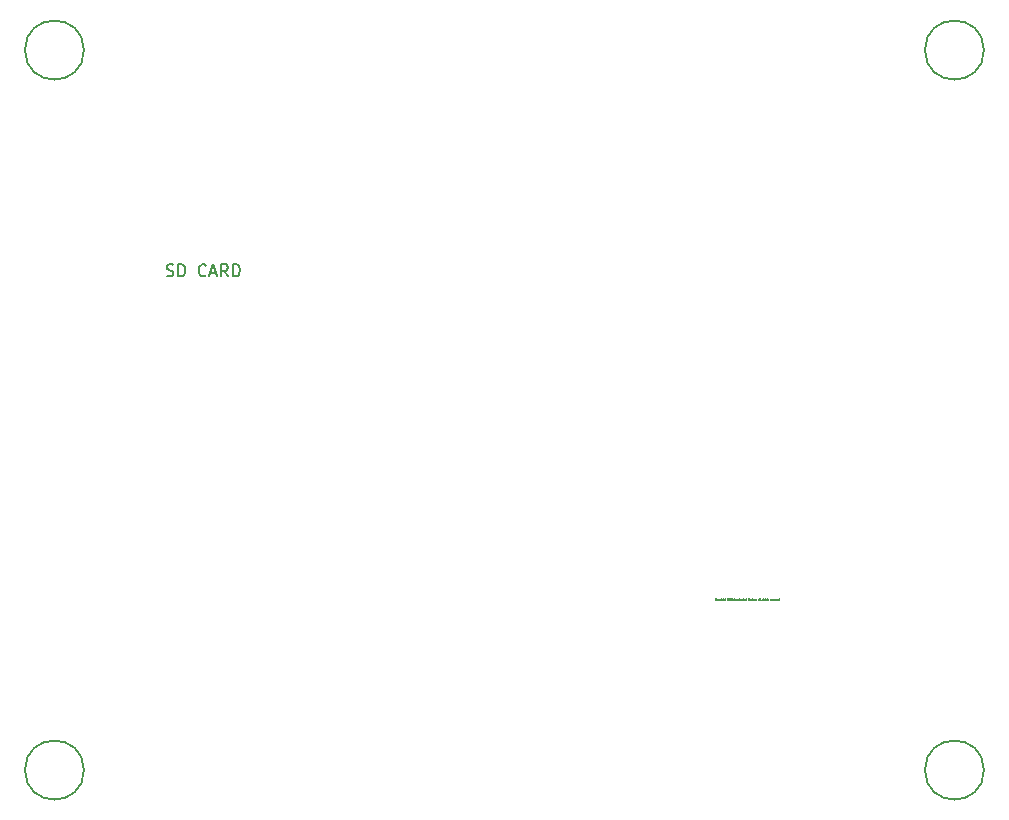
<source format=gbr>
G04 #@! TF.GenerationSoftware,KiCad,Pcbnew,5.1.4+dfsg1-1*
G04 #@! TF.CreationDate,2020-05-25T12:06:47-05:00*
G04 #@! TF.ProjectId,try1,74727931-2e6b-4696-9361-645f70636258,rev?*
G04 #@! TF.SameCoordinates,Original*
G04 #@! TF.FileFunction,Other,Comment*
%FSLAX46Y46*%
G04 Gerber Fmt 4.6, Leading zero omitted, Abs format (unit mm)*
G04 Created by KiCad (PCBNEW 5.1.4+dfsg1-1) date 2020-05-25 12:06:47*
%MOMM*%
%LPD*%
G04 APERTURE LIST*
%ADD10C,0.150000*%
%ADD11C,0.002000*%
G04 APERTURE END LIST*
D10*
X115530000Y-106680000D02*
G75*
G03X115530000Y-106680000I-2500000J0D01*
G01*
X115530000Y-45720000D02*
G75*
G03X115530000Y-45720000I-2500000J0D01*
G01*
X39330000Y-106680000D02*
G75*
G03X39330000Y-106680000I-2500000J0D01*
G01*
X39330000Y-45720000D02*
G75*
G03X39330000Y-45720000I-2500000J0D01*
G01*
D11*
X92832766Y-92234657D02*
X92826719Y-92240704D01*
X92808576Y-92246752D01*
X92796480Y-92246752D01*
X92778338Y-92240704D01*
X92766242Y-92228609D01*
X92760195Y-92216514D01*
X92754147Y-92192323D01*
X92754147Y-92174180D01*
X92760195Y-92149990D01*
X92766242Y-92137895D01*
X92778338Y-92125800D01*
X92796480Y-92119752D01*
X92808576Y-92119752D01*
X92826719Y-92125800D01*
X92832766Y-92131847D01*
X92905338Y-92246752D02*
X92893242Y-92240704D01*
X92887195Y-92234657D01*
X92881147Y-92222561D01*
X92881147Y-92186276D01*
X92887195Y-92174180D01*
X92893242Y-92168133D01*
X92905338Y-92162085D01*
X92923480Y-92162085D01*
X92935576Y-92168133D01*
X92941623Y-92174180D01*
X92947671Y-92186276D01*
X92947671Y-92222561D01*
X92941623Y-92234657D01*
X92935576Y-92240704D01*
X92923480Y-92246752D01*
X92905338Y-92246752D01*
X93002100Y-92162085D02*
X93002100Y-92289085D01*
X93002100Y-92168133D02*
X93014195Y-92162085D01*
X93038385Y-92162085D01*
X93050480Y-92168133D01*
X93056528Y-92174180D01*
X93062576Y-92186276D01*
X93062576Y-92222561D01*
X93056528Y-92234657D01*
X93050480Y-92240704D01*
X93038385Y-92246752D01*
X93014195Y-92246752D01*
X93002100Y-92240704D01*
X93104909Y-92162085D02*
X93135147Y-92246752D01*
X93165385Y-92162085D02*
X93135147Y-92246752D01*
X93123052Y-92276990D01*
X93117004Y-92283038D01*
X93104909Y-92289085D01*
X93213766Y-92246752D02*
X93213766Y-92162085D01*
X93213766Y-92186276D02*
X93219814Y-92174180D01*
X93225861Y-92168133D01*
X93237957Y-92162085D01*
X93250052Y-92162085D01*
X93292385Y-92246752D02*
X93292385Y-92162085D01*
X93292385Y-92119752D02*
X93286338Y-92125800D01*
X93292385Y-92131847D01*
X93298433Y-92125800D01*
X93292385Y-92119752D01*
X93292385Y-92131847D01*
X93407290Y-92162085D02*
X93407290Y-92264895D01*
X93401242Y-92276990D01*
X93395195Y-92283038D01*
X93383100Y-92289085D01*
X93364957Y-92289085D01*
X93352861Y-92283038D01*
X93407290Y-92240704D02*
X93395195Y-92246752D01*
X93371004Y-92246752D01*
X93358909Y-92240704D01*
X93352861Y-92234657D01*
X93346814Y-92222561D01*
X93346814Y-92186276D01*
X93352861Y-92174180D01*
X93358909Y-92168133D01*
X93371004Y-92162085D01*
X93395195Y-92162085D01*
X93407290Y-92168133D01*
X93467766Y-92246752D02*
X93467766Y-92119752D01*
X93522195Y-92246752D02*
X93522195Y-92180228D01*
X93516147Y-92168133D01*
X93504052Y-92162085D01*
X93485909Y-92162085D01*
X93473814Y-92168133D01*
X93467766Y-92174180D01*
X93564528Y-92162085D02*
X93612909Y-92162085D01*
X93582671Y-92119752D02*
X93582671Y-92228609D01*
X93588719Y-92240704D01*
X93600814Y-92246752D01*
X93612909Y-92246752D01*
X93745957Y-92131847D02*
X93752004Y-92125800D01*
X93764100Y-92119752D01*
X93794338Y-92119752D01*
X93806433Y-92125800D01*
X93812480Y-92131847D01*
X93818528Y-92143942D01*
X93818528Y-92156038D01*
X93812480Y-92174180D01*
X93739909Y-92246752D01*
X93818528Y-92246752D01*
X93897147Y-92119752D02*
X93909242Y-92119752D01*
X93921338Y-92125800D01*
X93927385Y-92131847D01*
X93933433Y-92143942D01*
X93939480Y-92168133D01*
X93939480Y-92198371D01*
X93933433Y-92222561D01*
X93927385Y-92234657D01*
X93921338Y-92240704D01*
X93909242Y-92246752D01*
X93897147Y-92246752D01*
X93885052Y-92240704D01*
X93879004Y-92234657D01*
X93872957Y-92222561D01*
X93866909Y-92198371D01*
X93866909Y-92168133D01*
X93872957Y-92143942D01*
X93879004Y-92131847D01*
X93885052Y-92125800D01*
X93897147Y-92119752D01*
X94060433Y-92246752D02*
X93987861Y-92246752D01*
X94024147Y-92246752D02*
X94024147Y-92119752D01*
X94012052Y-92137895D01*
X93999957Y-92149990D01*
X93987861Y-92156038D01*
X94169290Y-92119752D02*
X94145100Y-92119752D01*
X94133004Y-92125800D01*
X94126957Y-92131847D01*
X94114861Y-92149990D01*
X94108814Y-92174180D01*
X94108814Y-92222561D01*
X94114861Y-92234657D01*
X94120909Y-92240704D01*
X94133004Y-92246752D01*
X94157195Y-92246752D01*
X94169290Y-92240704D01*
X94175338Y-92234657D01*
X94181385Y-92222561D01*
X94181385Y-92192323D01*
X94175338Y-92180228D01*
X94169290Y-92174180D01*
X94157195Y-92168133D01*
X94133004Y-92168133D01*
X94120909Y-92174180D01*
X94114861Y-92180228D01*
X94108814Y-92192323D01*
X94326528Y-92210466D02*
X94387004Y-92210466D01*
X94314433Y-92246752D02*
X94356766Y-92119752D01*
X94399100Y-92246752D01*
X94495861Y-92240704D02*
X94483766Y-92246752D01*
X94459576Y-92246752D01*
X94447480Y-92240704D01*
X94441433Y-92234657D01*
X94435385Y-92222561D01*
X94435385Y-92186276D01*
X94441433Y-92174180D01*
X94447480Y-92168133D01*
X94459576Y-92162085D01*
X94483766Y-92162085D01*
X94495861Y-92168133D01*
X94604719Y-92240704D02*
X94592623Y-92246752D01*
X94568433Y-92246752D01*
X94556338Y-92240704D01*
X94550290Y-92234657D01*
X94544242Y-92222561D01*
X94544242Y-92186276D01*
X94550290Y-92174180D01*
X94556338Y-92168133D01*
X94568433Y-92162085D01*
X94592623Y-92162085D01*
X94604719Y-92168133D01*
X94707528Y-92240704D02*
X94695433Y-92246752D01*
X94671242Y-92246752D01*
X94659147Y-92240704D01*
X94653100Y-92228609D01*
X94653100Y-92180228D01*
X94659147Y-92168133D01*
X94671242Y-92162085D01*
X94695433Y-92162085D01*
X94707528Y-92168133D01*
X94713576Y-92180228D01*
X94713576Y-92192323D01*
X94653100Y-92204419D01*
X94786147Y-92246752D02*
X94774052Y-92240704D01*
X94768004Y-92228609D01*
X94768004Y-92119752D01*
X94882909Y-92240704D02*
X94870814Y-92246752D01*
X94846623Y-92246752D01*
X94834528Y-92240704D01*
X94828480Y-92228609D01*
X94828480Y-92180228D01*
X94834528Y-92168133D01*
X94846623Y-92162085D01*
X94870814Y-92162085D01*
X94882909Y-92168133D01*
X94888957Y-92180228D01*
X94888957Y-92192323D01*
X94828480Y-92204419D01*
X94943385Y-92246752D02*
X94943385Y-92162085D01*
X94943385Y-92186276D02*
X94949433Y-92174180D01*
X94955480Y-92168133D01*
X94967576Y-92162085D01*
X94979671Y-92162085D01*
X95076433Y-92246752D02*
X95076433Y-92180228D01*
X95070385Y-92168133D01*
X95058290Y-92162085D01*
X95034100Y-92162085D01*
X95022004Y-92168133D01*
X95076433Y-92240704D02*
X95064338Y-92246752D01*
X95034100Y-92246752D01*
X95022004Y-92240704D01*
X95015957Y-92228609D01*
X95015957Y-92216514D01*
X95022004Y-92204419D01*
X95034100Y-92198371D01*
X95064338Y-92198371D01*
X95076433Y-92192323D01*
X95118766Y-92162085D02*
X95167147Y-92162085D01*
X95136909Y-92119752D02*
X95136909Y-92228609D01*
X95142957Y-92240704D01*
X95155052Y-92246752D01*
X95167147Y-92246752D01*
X95257861Y-92240704D02*
X95245766Y-92246752D01*
X95221576Y-92246752D01*
X95209480Y-92240704D01*
X95203433Y-92228609D01*
X95203433Y-92180228D01*
X95209480Y-92168133D01*
X95221576Y-92162085D01*
X95245766Y-92162085D01*
X95257861Y-92168133D01*
X95263909Y-92180228D01*
X95263909Y-92192323D01*
X95203433Y-92204419D01*
X95372766Y-92246752D02*
X95372766Y-92119752D01*
X95372766Y-92240704D02*
X95360671Y-92246752D01*
X95336480Y-92246752D01*
X95324385Y-92240704D01*
X95318338Y-92234657D01*
X95312290Y-92222561D01*
X95312290Y-92186276D01*
X95318338Y-92174180D01*
X95324385Y-92168133D01*
X95336480Y-92162085D01*
X95360671Y-92162085D01*
X95372766Y-92168133D01*
X95530004Y-92246752D02*
X95530004Y-92119752D01*
X95560242Y-92119752D01*
X95578385Y-92125800D01*
X95590480Y-92137895D01*
X95596528Y-92149990D01*
X95602576Y-92174180D01*
X95602576Y-92192323D01*
X95596528Y-92216514D01*
X95590480Y-92228609D01*
X95578385Y-92240704D01*
X95560242Y-92246752D01*
X95530004Y-92246752D01*
X95705385Y-92240704D02*
X95693290Y-92246752D01*
X95669100Y-92246752D01*
X95657004Y-92240704D01*
X95650957Y-92228609D01*
X95650957Y-92180228D01*
X95657004Y-92168133D01*
X95669100Y-92162085D01*
X95693290Y-92162085D01*
X95705385Y-92168133D01*
X95711433Y-92180228D01*
X95711433Y-92192323D01*
X95650957Y-92204419D01*
X95759814Y-92240704D02*
X95771909Y-92246752D01*
X95796100Y-92246752D01*
X95808195Y-92240704D01*
X95814242Y-92228609D01*
X95814242Y-92222561D01*
X95808195Y-92210466D01*
X95796100Y-92204419D01*
X95777957Y-92204419D01*
X95765861Y-92198371D01*
X95759814Y-92186276D01*
X95759814Y-92180228D01*
X95765861Y-92168133D01*
X95777957Y-92162085D01*
X95796100Y-92162085D01*
X95808195Y-92168133D01*
X95868671Y-92246752D02*
X95868671Y-92162085D01*
X95868671Y-92119752D02*
X95862623Y-92125800D01*
X95868671Y-92131847D01*
X95874719Y-92125800D01*
X95868671Y-92119752D01*
X95868671Y-92131847D01*
X95983576Y-92162085D02*
X95983576Y-92264895D01*
X95977528Y-92276990D01*
X95971480Y-92283038D01*
X95959385Y-92289085D01*
X95941242Y-92289085D01*
X95929147Y-92283038D01*
X95983576Y-92240704D02*
X95971480Y-92246752D01*
X95947290Y-92246752D01*
X95935195Y-92240704D01*
X95929147Y-92234657D01*
X95923100Y-92222561D01*
X95923100Y-92186276D01*
X95929147Y-92174180D01*
X95935195Y-92168133D01*
X95947290Y-92162085D01*
X95971480Y-92162085D01*
X95983576Y-92168133D01*
X96044052Y-92162085D02*
X96044052Y-92246752D01*
X96044052Y-92174180D02*
X96050100Y-92168133D01*
X96062195Y-92162085D01*
X96080338Y-92162085D01*
X96092433Y-92168133D01*
X96098480Y-92180228D01*
X96098480Y-92246752D01*
X96152909Y-92240704D02*
X96165004Y-92246752D01*
X96189195Y-92246752D01*
X96201290Y-92240704D01*
X96207338Y-92228609D01*
X96207338Y-92222561D01*
X96201290Y-92210466D01*
X96189195Y-92204419D01*
X96171052Y-92204419D01*
X96158957Y-92198371D01*
X96152909Y-92186276D01*
X96152909Y-92180228D01*
X96158957Y-92168133D01*
X96171052Y-92162085D01*
X96189195Y-92162085D01*
X96201290Y-92168133D01*
X96261766Y-92234657D02*
X96267814Y-92240704D01*
X96261766Y-92246752D01*
X96255719Y-92240704D01*
X96261766Y-92234657D01*
X96261766Y-92246752D01*
X96412957Y-92210466D02*
X96473433Y-92210466D01*
X96400861Y-92246752D02*
X96443195Y-92119752D01*
X96485528Y-92246752D01*
X96546004Y-92246752D02*
X96533909Y-92240704D01*
X96527861Y-92228609D01*
X96527861Y-92119752D01*
X96612528Y-92246752D02*
X96600433Y-92240704D01*
X96594385Y-92228609D01*
X96594385Y-92119752D01*
X96757671Y-92246752D02*
X96757671Y-92162085D01*
X96757671Y-92186276D02*
X96763719Y-92174180D01*
X96769766Y-92168133D01*
X96781861Y-92162085D01*
X96793957Y-92162085D01*
X96836290Y-92246752D02*
X96836290Y-92162085D01*
X96836290Y-92119752D02*
X96830242Y-92125800D01*
X96836290Y-92131847D01*
X96842338Y-92125800D01*
X96836290Y-92119752D01*
X96836290Y-92131847D01*
X96951195Y-92162085D02*
X96951195Y-92264895D01*
X96945147Y-92276990D01*
X96939100Y-92283038D01*
X96927004Y-92289085D01*
X96908861Y-92289085D01*
X96896766Y-92283038D01*
X96951195Y-92240704D02*
X96939100Y-92246752D01*
X96914909Y-92246752D01*
X96902814Y-92240704D01*
X96896766Y-92234657D01*
X96890719Y-92222561D01*
X96890719Y-92186276D01*
X96896766Y-92174180D01*
X96902814Y-92168133D01*
X96914909Y-92162085D01*
X96939100Y-92162085D01*
X96951195Y-92168133D01*
X97011671Y-92246752D02*
X97011671Y-92119752D01*
X97066100Y-92246752D02*
X97066100Y-92180228D01*
X97060052Y-92168133D01*
X97047957Y-92162085D01*
X97029814Y-92162085D01*
X97017719Y-92168133D01*
X97011671Y-92174180D01*
X97108433Y-92162085D02*
X97156814Y-92162085D01*
X97126576Y-92119752D02*
X97126576Y-92228609D01*
X97132623Y-92240704D01*
X97144719Y-92246752D01*
X97156814Y-92246752D01*
X97193100Y-92240704D02*
X97205195Y-92246752D01*
X97229385Y-92246752D01*
X97241480Y-92240704D01*
X97247528Y-92228609D01*
X97247528Y-92222561D01*
X97241480Y-92210466D01*
X97229385Y-92204419D01*
X97211242Y-92204419D01*
X97199147Y-92198371D01*
X97193100Y-92186276D01*
X97193100Y-92180228D01*
X97199147Y-92168133D01*
X97211242Y-92162085D01*
X97229385Y-92162085D01*
X97241480Y-92168133D01*
X97398719Y-92246752D02*
X97398719Y-92162085D01*
X97398719Y-92186276D02*
X97404766Y-92174180D01*
X97410814Y-92168133D01*
X97422909Y-92162085D01*
X97435004Y-92162085D01*
X97525719Y-92240704D02*
X97513623Y-92246752D01*
X97489433Y-92246752D01*
X97477338Y-92240704D01*
X97471290Y-92228609D01*
X97471290Y-92180228D01*
X97477338Y-92168133D01*
X97489433Y-92162085D01*
X97513623Y-92162085D01*
X97525719Y-92168133D01*
X97531766Y-92180228D01*
X97531766Y-92192323D01*
X97471290Y-92204419D01*
X97580147Y-92240704D02*
X97592242Y-92246752D01*
X97616433Y-92246752D01*
X97628528Y-92240704D01*
X97634576Y-92228609D01*
X97634576Y-92222561D01*
X97628528Y-92210466D01*
X97616433Y-92204419D01*
X97598290Y-92204419D01*
X97586195Y-92198371D01*
X97580147Y-92186276D01*
X97580147Y-92180228D01*
X97586195Y-92168133D01*
X97598290Y-92162085D01*
X97616433Y-92162085D01*
X97628528Y-92168133D01*
X97737385Y-92240704D02*
X97725290Y-92246752D01*
X97701100Y-92246752D01*
X97689004Y-92240704D01*
X97682957Y-92228609D01*
X97682957Y-92180228D01*
X97689004Y-92168133D01*
X97701100Y-92162085D01*
X97725290Y-92162085D01*
X97737385Y-92168133D01*
X97743433Y-92180228D01*
X97743433Y-92192323D01*
X97682957Y-92204419D01*
X97797861Y-92246752D02*
X97797861Y-92162085D01*
X97797861Y-92186276D02*
X97803909Y-92174180D01*
X97809957Y-92168133D01*
X97822052Y-92162085D01*
X97834147Y-92162085D01*
X97864385Y-92162085D02*
X97894623Y-92246752D01*
X97924861Y-92162085D01*
X98021623Y-92240704D02*
X98009528Y-92246752D01*
X97985338Y-92246752D01*
X97973242Y-92240704D01*
X97967195Y-92228609D01*
X97967195Y-92180228D01*
X97973242Y-92168133D01*
X97985338Y-92162085D01*
X98009528Y-92162085D01*
X98021623Y-92168133D01*
X98027671Y-92180228D01*
X98027671Y-92192323D01*
X97967195Y-92204419D01*
X98136528Y-92246752D02*
X98136528Y-92119752D01*
X98136528Y-92240704D02*
X98124433Y-92246752D01*
X98100242Y-92246752D01*
X98088147Y-92240704D01*
X98082100Y-92234657D01*
X98076052Y-92222561D01*
X98076052Y-92186276D01*
X98082100Y-92174180D01*
X98088147Y-92168133D01*
X98100242Y-92162085D01*
X98124433Y-92162085D01*
X98136528Y-92168133D01*
X98197004Y-92234657D02*
X98203052Y-92240704D01*
X98197004Y-92246752D01*
X98190957Y-92240704D01*
X98197004Y-92234657D01*
X98197004Y-92246752D01*
D10*
X46333161Y-64819161D02*
X46476019Y-64866780D01*
X46714114Y-64866780D01*
X46809352Y-64819161D01*
X46856971Y-64771542D01*
X46904590Y-64676304D01*
X46904590Y-64581066D01*
X46856971Y-64485828D01*
X46809352Y-64438209D01*
X46714114Y-64390590D01*
X46523638Y-64342971D01*
X46428400Y-64295352D01*
X46380780Y-64247733D01*
X46333161Y-64152495D01*
X46333161Y-64057257D01*
X46380780Y-63962019D01*
X46428400Y-63914400D01*
X46523638Y-63866780D01*
X46761733Y-63866780D01*
X46904590Y-63914400D01*
X47333161Y-64866780D02*
X47333161Y-63866780D01*
X47571257Y-63866780D01*
X47714114Y-63914400D01*
X47809352Y-64009638D01*
X47856971Y-64104876D01*
X47904590Y-64295352D01*
X47904590Y-64438209D01*
X47856971Y-64628685D01*
X47809352Y-64723923D01*
X47714114Y-64819161D01*
X47571257Y-64866780D01*
X47333161Y-64866780D01*
X49666495Y-64771542D02*
X49618876Y-64819161D01*
X49476019Y-64866780D01*
X49380780Y-64866780D01*
X49237923Y-64819161D01*
X49142685Y-64723923D01*
X49095066Y-64628685D01*
X49047447Y-64438209D01*
X49047447Y-64295352D01*
X49095066Y-64104876D01*
X49142685Y-64009638D01*
X49237923Y-63914400D01*
X49380780Y-63866780D01*
X49476019Y-63866780D01*
X49618876Y-63914400D01*
X49666495Y-63962019D01*
X50047447Y-64581066D02*
X50523638Y-64581066D01*
X49952209Y-64866780D02*
X50285542Y-63866780D01*
X50618876Y-64866780D01*
X51523638Y-64866780D02*
X51190304Y-64390590D01*
X50952209Y-64866780D02*
X50952209Y-63866780D01*
X51333161Y-63866780D01*
X51428400Y-63914400D01*
X51476019Y-63962019D01*
X51523638Y-64057257D01*
X51523638Y-64200114D01*
X51476019Y-64295352D01*
X51428400Y-64342971D01*
X51333161Y-64390590D01*
X50952209Y-64390590D01*
X51952209Y-64866780D02*
X51952209Y-63866780D01*
X52190304Y-63866780D01*
X52333161Y-63914400D01*
X52428400Y-64009638D01*
X52476019Y-64104876D01*
X52523638Y-64295352D01*
X52523638Y-64438209D01*
X52476019Y-64628685D01*
X52428400Y-64723923D01*
X52333161Y-64819161D01*
X52190304Y-64866780D01*
X51952209Y-64866780D01*
M02*

</source>
